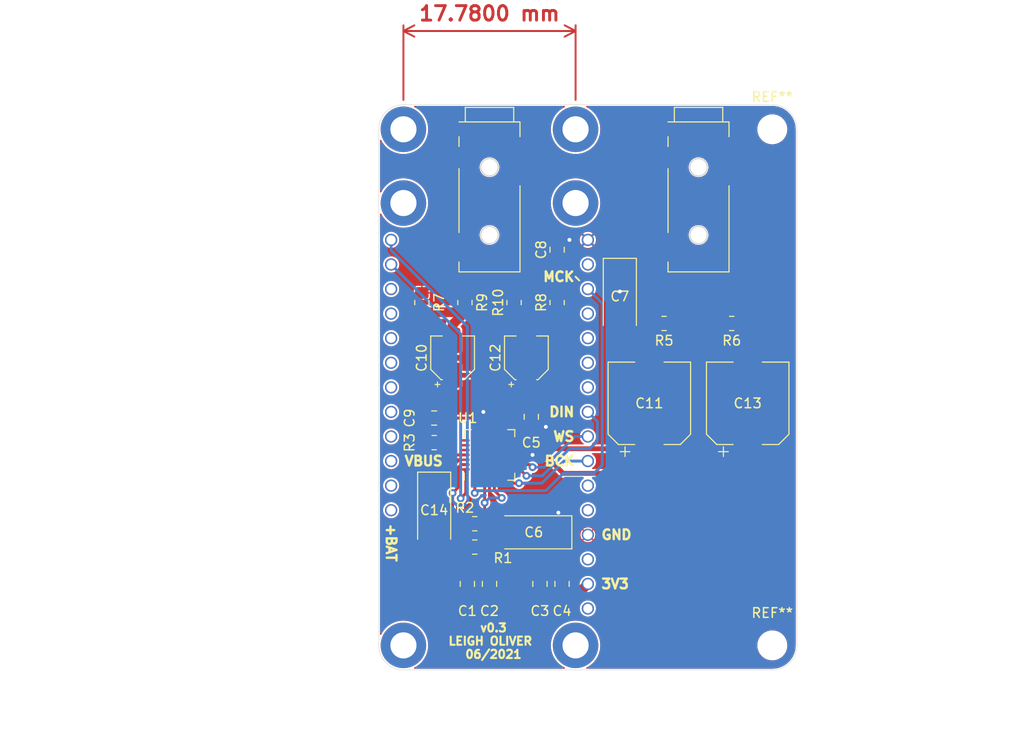
<source format=kicad_pcb>
(kicad_pcb (version 20210424) (generator pcbnew)
  (layers (0 "F.Cu" signal) (31 "B.Cu" signal) (34 "B.Paste" user) (35 "F.Paste" user) (36 "B.SilkS" user "B.Silkscreen") (37 "F.SilkS" user "F.Silkscreen") (38 "B.Mask" user) (39 "F.Mask" user) (44 "Edge.Cuts" user))
  (net 0 "")
  (net 1 "Net-(C14-Pad1)")
  (net 2 "+BATT")
  (net 3 "/3v3A_EN")
  (net 4 "/~MUTE")
  (net 6 "VBUS")
  (net 7 "/IO6")
  (net 8 "/IO5")
  (net 9 "/IO4")
  (net 10 "/IO3")
  (net 11 "/IO2")
  (net 12 "/IO1")
  (net 13 "SCL")
  (net 14 "SDA")
  (net 15 "+3.3VA")
  (net 16 "/U1TXD")
  (net 17 "/SPI_SDI")
  (net 18 "/SPI_SDO")
  (net 19 "/SPI_SCK")
  (net 20 "/I2S_DI")
  (net 21 "/I2S_DO")
  (net 22 "/I2S_WS")
  (net 23 "/I2S_BCK")
  (net 24 "/IO14")
  (net 25 "/IO12")
  (net 26 "GND")
  (net 27 "/ESP32-IO0")
  (net 28 "+3V3")
  (net 29 "/ESP32-EN")
  (net 31 "Net-(C10-Pad2)")
  (net 32 "LHPOUT")
  (net 33 "Net-(C12-Pad2)")
  (net 34 "RHPOUT")
  (net 35 "/I2S_MCLK")
  (net 36 "Net-(R3-Pad1)")
  (net 38 "LOUT")
  (net 39 "ROUT")
  (net 45 "Net-(C11-Pad1)")
  (net 46 "Net-(C13-Pad1)")
  (net 47 "Net-(U1-Pad16)")
  (net 48 "Net-(U1-Pad17)")
  (footprint "Resistor_SMD:R_0805_2012Metric_Pad1.20x1.40mm_HandSolder" (layer "F.Cu") (at 118.9 98.743)
    (fp_text reference "R2" (at -1.016 -1.65) (layer "F.SilkS"))
    (fp_text value "4.7K")
    (fp_line (start -0.227064 -0.735) (end 0.227064 -0.735) (layer "F.SilkS") (width 0.12))
    (fp_line (start -0.227064 0.735) (end 0.227064 0.735) (layer "F.SilkS") (width 0.12))
    (pad "1" smd roundrect locked (at -1 0) (size 1.2 1.4) (layers "F.Cu" "F.Paste" "F.Mask") (roundrect_rratio 0.208333) (net 13 "SCL"))
    (pad "2" smd roundrect locked (at 1 0) (size 1.2 1.4) (layers "F.Cu" "F.Paste" "F.Mask") (roundrect_rratio 0.208333) (net 28 "+3V3"))
  )
  (footprint "Footprints:RoundPinHeader_1x12" (layer "F.Cu") (at 110.264 97.346)
    (fp_text reference "J2" hide)
    (fp_text value "TOP")
    (pad "1" thru_hole circle locked (at 0 0) (size 1.27 1.27) (drill 0.95) (layers *.Cu *.Mask) (net 2 "+BATT"))
    (pad "2" thru_hole circle locked (at 0 -2.54) (size 1.27 1.27) (drill 0.95) (layers *.Cu *.Mask) (net 3 "/3v3A_EN"))
    (pad "3" thru_hole circle locked (at 0 -5.08) (size 1.27 1.27) (drill 0.95) (layers *.Cu *.Mask) (net 6 "VBUS"))
    (pad "4" thru_hole circle locked (at 0 -7.62) (size 1.27 1.27) (drill 0.95) (layers *.Cu *.Mask) (net 4 "/~MUTE"))
    (pad "5" thru_hole circle locked (at 0 -10.16) (size 1.27 1.27) (drill 0.95) (layers *.Cu *.Mask) (net 7 "/IO6"))
    (pad "6" thru_hole circle locked (at 0 -12.7) (size 1.27 1.27) (drill 0.95) (layers *.Cu *.Mask) (net 8 "/IO5"))
    (pad "7" thru_hole circle locked (at 0 -15.24) (size 1.27 1.27) (drill 0.95) (layers *.Cu *.Mask) (net 9 "/IO4"))
    (pad "8" thru_hole circle locked (at 0 -17.78) (size 1.27 1.27) (drill 0.95) (layers *.Cu *.Mask) (net 10 "/IO3"))
    (pad "9" thru_hole circle locked (at 0 -20.32) (size 1.27 1.27) (drill 0.95) (layers *.Cu *.Mask) (net 11 "/IO2"))
    (pad "10" thru_hole circle locked (at 0 -22.86) (size 1.27 1.27) (drill 0.95) (layers *.Cu *.Mask) (net 12 "/IO1"))
    (pad "11" thru_hole circle locked (at 0 -25.4) (size 1.27 1.27) (drill 0.95) (layers *.Cu *.Mask) (net 13 "SCL"))
    (pad "12" thru_hole circle locked (at 0 -27.94) (size 1.27 1.27) (drill 0.95) (layers *.Cu *.Mask) (net 14 "SDA"))
  )
  (footprint "Capacitor_SMD:CP_Elec_4x4.5" (layer "F.Cu") (at 124.234 81.598 90)
    (fp_text reference "C12" (at 0 -3.2 90) (layer "F.SilkS"))
    (fp_text value "1uF")
    (fp_line (start -2.26 1.195563) (end -1.195563 2.26) (layer "F.SilkS") (width 0.12))
    (fp_line (start -2.75 -1.81) (end -2.75 -1.31) (layer "F.SilkS") (width 0.12))
    (fp_line (start -2.26 -1.195563) (end -2.26 -1.06) (layer "F.SilkS") (width 0.12))
    (fp_line (start -1.195563 2.26) (end 2.26 2.26) (layer "F.SilkS") (width 0.12))
    (fp_line (start -2.26 -1.195563) (end -1.195563 -2.26) (layer "F.SilkS") (width 0.12))
    (fp_line (start -1.195563 -2.26) (end 2.26 -2.26) (layer "F.SilkS") (width 0.12))
    (fp_line (start -3 -1.56) (end -2.5 -1.56) (layer "F.SilkS") (width 0.12))
    (fp_line (start 2.26 -2.26) (end 2.26 -1.06) (layer "F.SilkS") (width 0.12))
    (fp_line (start -2.26 1.195563) (end -2.26 1.06) (layer "F.SilkS") (width 0.12))
    (fp_line (start 2.26 2.26) (end 2.26 1.06) (layer "F.SilkS") (width 0.12))
    (pad "1" smd roundrect locked (at -1.8 0 90) (size 2.6 1.6) (layers "F.Cu" "F.Paste" "F.Mask") (roundrect_rratio 0.15625) (net 47 "Net-(U1-Pad16)"))
    (pad "2" smd roundrect locked (at 1.8 0 90) (size 2.6 1.6) (layers "F.Cu" "F.Paste" "F.Mask") (roundrect_rratio 0.15625) (net 33 "Net-(C12-Pad2)"))
  )
  (footprint "MountingHole:MountingHole_2.7mm_M2.5_DIN965" (layer "F.Cu") (at 149.634 57.976)
    (fp_text reference "REF**" (at 0 -3.35) (layer "F.SilkS"))
    (fp_text value "MountingHole_2.7mm_M2.5_DIN965")
    (pad "1" np_thru_hole circle locked (at 0 0) (size 2.7 2.7) (drill 2.7) (layers *.Cu *.Mask))
  )
  (footprint "Resistor_SMD:R_0805_2012Metric_Pad1.20x1.40mm_HandSolder" (layer "F.Cu") (at 114.709 90.361 180)
    (fp_text reference "R3" (at 2.54 0 90) (layer "F.SilkS"))
    (fp_text value "10K")
    (fp_line (start -0.227064 -0.735) (end 0.227064 -0.735) (layer "F.SilkS") (width 0.12))
    (fp_line (start -0.227064 0.735) (end 0.227064 0.735) (layer "F.SilkS") (width 0.12))
    (pad "1" smd roundrect locked (at -1 0 180) (size 1.2 1.4) (layers "F.Cu" "F.Paste" "F.Mask") (roundrect_rratio 0.208333) (net 36 "Net-(R3-Pad1)"))
    (pad "2" smd roundrect locked (at 1 0 180) (size 1.2 1.4) (layers "F.Cu" "F.Paste" "F.Mask") (roundrect_rratio 0.208333) (net 26 "GND"))
  )
  (footprint "Resistor_SMD:R_0805_2012Metric_Pad1.20x1.40mm_HandSolder" (layer "F.Cu") (at 122.964 75.883 90)
    (fp_text reference "R10" (at 0 -1.65 90) (layer "F.SilkS"))
    (fp_text value "100")
    (fp_line (start -0.227064 -0.735) (end 0.227064 -0.735) (layer "F.SilkS") (width 0.12))
    (fp_line (start -0.227064 0.735) (end 0.227064 0.735) (layer "F.SilkS") (width 0.12))
    (pad "1" smd roundrect locked (at -1 0 90) (size 1.2 1.4) (layers "F.Cu" "F.Paste" "F.Mask") (roundrect_rratio 0.208333) (net 33 "Net-(C12-Pad2)"))
    (pad "2" smd roundrect locked (at 1 0 90) (size 1.2 1.4) (layers "F.Cu" "F.Paste" "F.Mask") (roundrect_rratio 0.208333) (net 38 "LOUT"))
  )
  (footprint "Resistor_SMD:R_0805_2012Metric_Pad1.20x1.40mm_HandSolder" (layer "F.Cu") (at 145.443 78.042 180)
    (fp_text reference "R6" (at 0 -1.778) (layer "F.SilkS"))
    (fp_text value "47K")
    (fp_line (start -0.227064 0.735) (end 0.227064 0.735) (layer "F.SilkS") (width 0.12))
    (fp_line (start -0.227064 -0.735) (end 0.227064 -0.735) (layer "F.SilkS") (width 0.12))
    (pad "1" smd roundrect locked (at -1 0 180) (size 1.2 1.4) (layers "F.Cu" "F.Paste" "F.Mask") (roundrect_rratio 0.208333) (net 32 "LHPOUT"))
    (pad "2" smd roundrect locked (at 1 0 180) (size 1.2 1.4) (layers "F.Cu" "F.Paste" "F.Mask") (roundrect_rratio 0.208333) (net 26 "GND"))
  )
  (footprint "Footprints:RoundPinHeader_1x16" (layer "F.Cu") (at 130.584 69.406 180)
    (fp_text reference "J1" hide)
    (fp_text value "BOT")
    (pad "1" thru_hole circle locked (at 0 0 180) (size 1.27 1.27) (drill 0.95) (layers *.Cu *.Mask) (net 15 "+3.3VA"))
    (pad "2" thru_hole circle locked (at 0 -2.54 180) (size 1.27 1.27) (drill 0.95) (layers *.Cu *.Mask) (net 16 "/U1TXD"))
    (pad "3" thru_hole circle locked (at 0 -5.08 180) (size 1.27 1.27) (drill 0.95) (layers *.Cu *.Mask) (net 35 "/I2S_MCLK"))
    (pad "4" thru_hole circle locked (at 0 -7.62 180) (size 1.27 1.27) (drill 0.95) (layers *.Cu *.Mask) (net 17 "/SPI_SDI"))
    (pad "5" thru_hole circle locked (at 0 -10.16 180) (size 1.27 1.27) (drill 0.95) (layers *.Cu *.Mask) (net 18 "/SPI_SDO"))
    (pad "6" thru_hole circle locked (at 0 -12.7 180) (size 1.27 1.27) (drill 0.95) (layers *.Cu *.Mask) (net 19 "/SPI_SCK"))
    (pad "7" thru_hole circle locked (at 0 -15.24 180) (size 1.27 1.27) (drill 0.95) (layers *.Cu *.Mask) (net 20 "/I2S_DI"))
    (pad "8" thru_hole circle locked (at 0 -17.78 180) (size 1.27 1.27) (drill 0.95) (layers *.Cu *.Mask) (net 21 "/I2S_DO"))
    (pad "9" thru_hole circle locked (at 0 -20.32 180) (size 1.27 1.27) (drill 0.95) (layers *.Cu *.Mask) (net 22 "/I2S_WS"))
    (pad "10" thru_hole circle locked (at 0 -22.86 180) (size 1.27 1.27) (drill 0.95) (layers *.Cu *.Mask) (net 23 "/I2S_BCK"))
    (pad "11" thru_hole circle locked (at 0 -25.4 180) (size 1.27 1.27) (drill 0.95) (layers *.Cu *.Mask) (net 24 "/IO14"))
    (pad "12" thru_hole circle locked (at 0 -27.94 180) (size 1.27 1.27) (drill 0.95) (layers *.Cu *.Mask) (net 25 "/IO12"))
    (pad "13" thru_hole circle locked (at 0 -30.48 180) (size 1.27 1.27) (drill 0.95) (layers *.Cu *.Mask) (net 26 "GND"))
    (pad "14" thru_hole circle locked (at 0 -33.02 180) (size 1.27 1.27) (drill 0.95) (layers *.Cu *.Mask) (net 27 "/ESP32-IO0"))
    (pad "15" thru_hole circle locked (at 0 -35.56 180) (size 1.27 1.27) (drill 0.95) (layers *.Cu *.Mask) (net 28 "+3V3"))
    (pad "16" thru_hole circle locked (at 0 -38.1 180) (size 1.27 1.27) (drill 0.95) (layers *.Cu *.Mask) (net 29 "/ESP32-EN"))
  )
  (footprint "MountingHole:MountingHole_2.7mm_M2.5_DIN965_Pad" (layer "F.Cu") (at 129.314 111.316)
    (fp_text reference "REF**" hide)
    (fp_text value "MountingHole_2.7mm_M2.5_DIN965_Pad")
    (pad "1" thru_hole circle locked (at 0 0) (size 4.7 4.7) (drill 2.7) (layers *.Cu *.Mask))
  )
  (footprint "Resistor_SMD:R_0805_2012Metric_Pad1.20x1.40mm_HandSolder" (layer "F.Cu") (at 113.439 75.883 -90)
    (fp_text reference "R7" (at 0 -1.778 -90) (layer "F.SilkS"))
    (fp_text value "47K")
    (fp_line (start -0.227064 0.735) (end 0.227064 0.735) (layer "F.SilkS") (width 0.12))
    (fp_line (start -0.227064 -0.735) (end 0.227064 -0.735) (layer "F.SilkS") (width 0.12))
    (pad "1" smd roundrect locked (at -1 0 270) (size 1.2 1.4) (layers "F.Cu" "F.Paste" "F.Mask") (roundrect_rratio 0.208333) (net 26 "GND"))
    (pad "2" smd roundrect locked (at 1 0 270) (size 1.2 1.4) (layers "F.Cu" "F.Paste" "F.Mask") (roundrect_rratio 0.208333) (net 31 "Net-(C10-Pad2)"))
  )
  (footprint "Capacitor_SMD:C_0805_2012Metric_Pad1.18x1.45mm_HandSolder" (layer "F.Cu") (at 127.919 104.966 90)
    (fp_text reference "C4" (at -2.794 -0.002 180) (layer "F.SilkS"))
    (fp_text value "0.1uF")
    (fp_line (start -0.261252 0.735) (end 0.261252 0.735) (layer "F.SilkS") (width 0.12))
    (fp_line (start -0.261252 -0.735) (end 0.261252 -0.735) (layer "F.SilkS") (width 0.12))
    (pad "1" smd roundrect locked (at -1.0375 0 90) (size 1.175 1.45) (layers "F.Cu" "F.Paste" "F.Mask") (roundrect_rratio 0.212766) (net 28 "+3V3"))
    (pad "2" smd roundrect locked (at 1.0375 0 90) (size 1.175 1.45) (layers "F.Cu" "F.Paste" "F.Mask") (roundrect_rratio 0.212766) (net 26 "GND"))
  )
  (footprint "MountingHole:MountingHole_2.7mm_M2.5_DIN965_Pad" (layer "F.Cu") (at 129.314 57.976)
    (fp_text reference "REF**" hide)
    (fp_text value "MountingHole_2.7mm_M2.5_DIN965_Pad")
    (pad "1" thru_hole circle locked (at 0 0) (size 4.7 4.7) (drill 2.7) (layers *.Cu *.Mask))
  )
  (footprint "Capacitor_Tantalum_SMD:CP_EIA-6032-20_AVX-F_Pad2.25x2.35mm_HandSolder" (layer "F.Cu") (at 114.709 97.346 -90)
    (fp_text reference "C14" (at 0 0 -180) (layer "F.SilkS"))
    (fp_text value "10uF")
    (fp_line (start -3.935 1.71) (end 3 1.71) (layer "F.SilkS") (width 0.12))
    (fp_line (start 3 -1.71) (end -3.935 -1.71) (layer "F.SilkS") (width 0.12))
    (fp_line (start -3.935 -1.71) (end -3.935 1.71) (layer "F.SilkS") (width 0.12))
    (pad "1" smd roundrect locked (at -2.55 0 270) (size 2.25 2.35) (layers "F.Cu" "F.Paste" "F.Mask") (roundrect_rratio 0.111111) (net 1 "Net-(C14-Pad1)"))
    (pad "2" smd roundrect locked (at 2.55 0 270) (size 2.25 2.35) (layers "F.Cu" "F.Paste" "F.Mask") (roundrect_rratio 0.111111) (net 26 "GND"))
  )
  (footprint "MountingHole:MountingHole_2.7mm_M2.5_DIN965_Pad" (layer "F.Cu") (at 129.314 65.596)
    (fp_text reference "REF**" hide)
    (fp_text value "MountingHole_2.7mm_M2.5_DIN965_Pad")
    (pad "1" thru_hole circle locked (at 0 0) (size 4.7 4.7) (drill 2.7) (layers *.Cu *.Mask))
  )
  (footprint "Capacitor_SMD:CP_Elec_4x4.5" (layer "F.Cu") (at 116.614 81.598 90)
    (fp_text reference "C10" (at 0 -3.2 90) (layer "F.SilkS"))
    (fp_text value "1uF")
    (fp_line (start -3 -1.56) (end -2.5 -1.56) (layer "F.SilkS") (width 0.12))
    (fp_line (start -1.195563 -2.26) (end 2.26 -2.26) (layer "F.SilkS") (width 0.12))
    (fp_line (start 2.26 -2.26) (end 2.26 -1.06) (layer "F.SilkS") (width 0.12))
    (fp_line (start -1.195563 2.26) (end 2.26 2.26) (layer "F.SilkS") (width 0.12))
    (fp_line (start 2.26 2.26) (end 2.26 1.06) (layer "F.SilkS") (width 0.12))
    (fp_line (start -2.26 1.195563) (end -1.195563 2.26) (layer "F.SilkS") (width 0.12))
    (fp_line (start -2.75 -1.81) (end -2.75 -1.31) (layer "F.SilkS") (width 0.12))
    (fp_line (start -2.26 1.195563) (end -2.26 1.06) (layer "F.SilkS") (width 0.12))
    (fp_line (start -2.26 -1.195563) (end -1.195563 -2.26) (layer "F.SilkS") (width 0.12))
    (fp_line (start -2.26 -1.195563) (end -2.26 -1.06) (layer "F.SilkS") (width 0.12))
    (pad "1" smd roundrect locked (at -1.8 0 90) (size 2.6 1.6) (layers "F.Cu" "F.Paste" "F.Mask") (roundrect_rratio 0.15625) (net 48 "Net-(U1-Pad17)"))
    (pad "2" smd roundrect locked (at 1.8 0 90) (size 2.6 1.6) (layers "F.Cu" "F.Paste" "F.Mask") (roundrect_rratio 0.15625) (net 31 "Net-(C10-Pad2)"))
  )
  (footprint "Capacitor_SMD:C_0805_2012Metric_Pad1.18x1.45mm_HandSolder" (layer "F.Cu") (at 120.424 104.966 -90)
    (fp_text reference "C2" (at 2.794 0 180) (layer "F.SilkS"))
    (fp_text value "10uF")
    (fp_line (start -0.261252 0.735) (end 0.261252 0.735) (layer "F.SilkS") (width 0.12))
    (fp_line (start -0.261252 -0.735) (end 0.261252 -0.735) (layer "F.SilkS") (width 0.12))
    (pad "1" smd roundrect locked (at -1.0375 0 270) (size 1.175 1.45) (layers "F.Cu" "F.Paste" "F.Mask") (roundrect_rratio 0.212766) (net 28 "+3V3"))
    (pad "2" smd roundrect locked (at 1.0375 0 270) (size 1.175 1.45) (layers "F.Cu" "F.Paste" "F.Mask") (roundrect_rratio 0.212766) (net 26 "GND"))
  )
  (footprint "Capacitor_SMD:C_0805_2012Metric_Pad1.18x1.45mm_HandSolder" (layer "F.Cu") (at 114.709 87.821 180)
    (fp_text reference "C9" (at 2.54 0 90) (layer "F.SilkS"))
    (fp_text value "0.1uF")
    (fp_line (start -0.261252 0.735) (end 0.261252 0.735) (layer "F.SilkS") (width 0.12))
    (fp_line (start -0.261252 -0.735) (end 0.261252 -0.735) (layer "F.SilkS") (width 0.12))
    (pad "1" smd roundrect locked (at -1.0375 0 180) (size 1.175 1.45) (layers "F.Cu" "F.Paste" "F.Mask") (roundrect_rratio 0.212766) (net 1 "Net-(C14-Pad1)"))
    (pad "2" smd roundrect locked (at 1.0375 0 180) (size 1.175 1.45) (layers "F.Cu" "F.Paste" "F.Mask") (roundrect_rratio 0.212766) (net 26 "GND"))
  )
  (footprint "Package_DFN_QFN:QFN-28-1EP_5x5mm_P0.5mm_EP3.35x3.35mm" (layer "F.Cu") (at 120.424 91.631 90)
    (fp_text reference "U1" (at 3.81 -2.2475 180) (layer "F.SilkS"))
    (fp_text value "WM8731CLSEFL")
    (fp_line (start -1.885 -2.61) (end -2.61 -2.61) (layer "F.SilkS") (width 0.12))
    (fp_line (start 1.885 -2.61) (end 2.61 -2.61) (layer "F.SilkS") (width 0.12))
    (fp_line (start -2.61 2.61) (end -2.61 1.885) (layer "F.SilkS") (width 0.12))
    (fp_line (start -1.885 2.61) (end -2.61 2.61) (layer "F.SilkS") (width 0.12))
    (fp_line (start 2.61 2.61) (end 2.61 1.885) (layer "F.SilkS") (width 0.12))
    (fp_line (start 2.61 -2.61) (end 2.61 -1.885) (layer "F.SilkS") (width 0.12))
    (fp_line (start 1.885 2.61) (end 2.61 2.61) (layer "F.SilkS") (width 0.12))
    (pad "1" smd roundrect locked (at -2.45 -1.5 90) (size 0.8 0.25) (layers "F.Cu" "F.Paste" "F.Mask") (net 35 "/I2S_MCLK"))
    (pad "2" smd roundrect locked (at -2.45 -1 90) (size 0.8 0.25) (layers "F.Cu" "F.Paste" "F.Mask"))
    (pad "3" smd roundrect locked (at -2.45 -0.5 90) (size 0.8 0.25) (layers "F.Cu" "F.Paste" "F.Mask") (net 28 "+3V3"))
    (pad "4" smd roundrect locked (at -2.45 0 90) (size 0.8 0.25) (layers "F.Cu" "F.Paste" "F.Mask") (net 26 "GND"))
    (pad "5" smd roundrect locked (at -2.45 0.5 90) (size 0.8 0.25) (layers "F.Cu" "F.Paste" "F.Mask") (net 28 "+3V3"))
    (pad "6" smd roundrect locked (at -2.45 1 90) (size 0.8 0.25) (layers "F.Cu" "F.Paste" "F.Mask"))
    (pad "7" smd roundrect locked (at -2.45 1.5 90) (size 0.8 0.25) (layers "F.Cu" "F.Paste" "F.Mask") (net 23 "/I2S_BCK"))
    (pad "8" smd roundrect locked (at -1.5 2.45 90) (size 0.25 0.8) (layers "F.Cu" "F.Paste" "F.Mask") (net 21 "/I2S_DO"))
    (pad "9" smd roundrect locked (at -1 2.45 90) (size 0.25 0.8) (layers "F.Cu" "F.Paste" "F.Mask") (net 22 "/I2S_WS"))
    (pad "10" smd roundrect locked (at -0.5 2.45 90) (size 0.25 0.8) (layers "F.Cu" "F.Paste" "F.Mask"))
    (pad "11" smd roundrect locked (at 0 2.45 90) (size 0.25 0.8) (layers "F.Cu" "F.Paste" "F.Mask"))
    (pad "12" smd roundrect locked (at 0.5 2.45 90) (size 0.25 0.8) (layers "F.Cu" "F.Paste" "F.Mask") (net 15 "+3.3VA"))
    (pad "13" smd roundrect locked (at 1 2.45 90) (size 0.25 0.8) (layers "F.Cu" "F.Paste" "F.Mask") (net 46 "Net-(C13-Pad1)"))
    (pad "14" smd roundrect locked (at 1.5 2.45 90) (size 0.25 0.8) (layers "F.Cu" "F.Paste" "F.Mask") (net 45 "Net-(C11-Pad1)"))
    (pad "15" smd roundrect locked (at 2.45 1.5 90) (size 0.8 0.25) (layers "F.Cu" "F.Paste" "F.Mask") (net 26 "GND"))
    (pad "16" smd roundrect locked (at 2.45 1 90) (size 0.8 0.25) (layers "F.Cu" "F.Paste" "F.Mask") (net 47 "Net-(U1-Pad16)"))
    (pad "17" smd roundrect locked (at 2.45 0.5 90) (size 0.8 0.25) (layers "F.Cu" "F.Paste" "F.Mask") (net 48 "Net-(U1-Pad17)"))
    (pad "18" smd roundrect locked (at 2.45 0 90) (size 0.8 0.25) (layers "F.Cu" "F.Paste" "F.Mask") (net 15 "+3.3VA"))
    (pad "19" smd roundrect locked (at 2.45 -0.5 90) (size 0.8 0.25) (layers "F.Cu" "F.Paste" "F.Mask") (net 26 "GND"))
    (pad "20" smd roundrect locked (at 2.45 -1 90) (size 0.8 0.25) (layers "F.Cu" "F.Paste" "F.Mask") (net 1 "Net-(C14-Pad1)"))
    (pad "21" smd roundrect locked (at 2.45 -1.5 90) (size 0.8 0.25) (layers "F.Cu" "F.Paste" "F.Mask"))
    (pad "22" smd roundrect locked (at 1.5 -2.45 90) (size 0.25 0.8) (layers "F.Cu" "F.Paste" "F.Mask"))
    (pad "23" smd roundrect locked (at 1 -2.45 90) (size 0.25 0.8) (layers "F.Cu" "F.Paste" "F.Mask"))
    (pad "24" smd roundrect locked (at 0.5 -2.45 90) (size 0.25 0.8) (layers "F.Cu" "F.Paste" "F.Mask"))
    (pad "25" smd roundrect locked (at 0 -2.45 90) (size 0.25 0.8) (layers "F.Cu" "F.Paste" "F.Mask") (net 36 "Net-(R3-Pad1)"))
    (pad "26" smd roundrect locked (at -0.5 -2.45 90) (size 0.25 0.8) (layers "F.Cu" "F.Paste" "F.Mask") (net 26 "GND"))
    (pad "27" smd roundrect locked (at -1 -2.45 90) (size 0.25 0.8) (layers "F.Cu" "F.Paste" "F.Mask") (net 14 "SDA"))
    (pad "28" smd roundrect locked (at -1.5 -2.45 90) (size 0.25 0.8) (layers "F.Cu" "F.Paste" "F.Mask") (net 13 "SCL"))
    (pad "29" smd rect locked (at 0 0 90) (size 3.35 3.35) (layers "F.Cu" "F.Mask") (net 26 "GND"))
  )
  (footprint "Resistor_SMD:R_0805_2012Metric_Pad1.20x1.40mm_HandSolder" (layer "F.Cu") (at 118.9 101.156 180)
    (fp_text reference "R1" (at -2.921 -1.143) (layer "F.SilkS"))
    (fp_text value "4.7K")
    (fp_line (start -0.227064 -0.735) (end 0.227064 -0.735) (layer "F.SilkS") (width 0.12))
    (fp_line (start -0.227064 0.735) (end 0.227064 0.735) (layer "F.SilkS") (width 0.12))
    (pad "1" smd roundrect locked (at -1 0 180) (size 1.2 1.4) (layers "F.Cu" "F.Paste" "F.Mask") (roundrect_rratio 0.208333) (net 28 "+3V3"))
    (pad "2" smd roundrect locked (at 1 0 180) (size 1.2 1.4) (layers "F.Cu" "F.Paste" "F.Mask") (roundrect_rratio 0.208333) (net 14 "SDA"))
  )
  (footprint "Capacitor_SMD:C_0805_2012Metric_Pad1.18x1.45mm_HandSolder" (layer "F.Cu") (at 124.742 87.694 90)
    (fp_text reference "C5" (at -2.667 0 180) (layer "F.SilkS"))
    (fp_text value "0.1uF")
    (fp_line (start -0.261252 0.735) (end 0.261252 0.735) (layer "F.SilkS") (width 0.12))
    (fp_line (start -0.261252 -0.735) (end 0.261252 -0.735) (layer "F.SilkS") (width 0.12))
    (pad "1" smd roundrect locked (at -1.0375 0 90) (size 1.175 1.45) (layers "F.Cu" "F.Paste" "F.Mask") (roundrect_rratio 0.212766) (net 15 "+3.3VA"))
    (pad "2" smd roundrect locked (at 1.0375 0 90) (size 1.175 1.45) (layers "F.Cu" "F.Paste" "F.Mask") (roundrect_rratio 0.212766) (net 26 "GND"))
  )
  (footprint "Capacitor_SMD:C_0805_2012Metric_Pad1.18x1.45mm_HandSolder" (layer "F.Cu") (at 118.138 104.966 -90)
    (fp_text reference "C1" (at 2.794 0 180) (layer "F.SilkS"))
    (fp_text value "0.1uF")
    (fp_line (start -0.261252 -0.735) (end 0.261252 -0.735) (layer "F.SilkS") (width 0.12))
    (fp_line (start -0.261252 0.735) (end 0.261252 0.735) (layer "F.SilkS") (width 0.12))
    (pad "1" smd roundrect locked (at -1.0375 0 270) (size 1.175 1.45) (layers "F.Cu" "F.Paste" "F.Mask") (roundrect_rratio 0.212766) (net 28 "+3V3"))
    (pad "2" smd roundrect locked (at 1.0375 0 270) (size 1.175 1.45) (layers "F.Cu" "F.Paste" "F.Mask") (roundrect_rratio 0.212766) (net 26 "GND"))
  )
  (footprint "Footprints:Lumberg 1503 20 VP3" (layer "F.Cu") (at 120.424 68.898 90)
    (fp_text reference "J4" hide)
    (fp_text value "AudioJack4")
    (fp_line (start 13.184 -2.5) (end 11.684 -2.5) (layer "F.SilkS") (width 0.12))
    (fp_line (start 13.184 2.5) (end 11.684 2.5) (layer "F.SilkS") (width 0.12))
    (fp_line (start -3.816 -3.15) (end -3.816 3.15) (layer "F.SilkS") (width 0.12))
    (fp_line (start 6.858 -3.15) (end 0.254 -3.15) (layer "F.SilkS") (width 0.12))
    (fp_line (start 13.184 -2.5) (end 13.184 2.5) (layer "F.SilkS") (width 0.12))
    (fp_line (start 10.16 -3.15) (end 9.144 -3.15) (layer "F.SilkS") (width 0.12))
    (fp_line (start 5.08 3.15) (end -3.816 3.15) (layer "F.SilkS") (width 0.12))
    (fp_line (start 11.684 -3.15) (end 11.684 3.15) (layer "F.SilkS") (width 0.12))
    (fp_line (start -3.816 -3.15) (end -2.794 -3.15) (layer "F.SilkS") (width 0.12))
    (fp_line (start 11.684 3.15) (end 10.16 3.15) (layer "F.SilkS") (width 0.12))
    (fp_circle (center 0 0) (end 0.9 0) (layer "Edge.Cuts") (width 0.12) (fill none))
    (fp_circle (center 7 0) (end 7.9 0) (layer "Edge.Cuts") (width 0.12) (fill none))
    (pad "R1" smd rect (at 6.2 3.65 90) (size 1.8 2.9) (layers "F.Cu" "F.Paste" "F.Mask") (net 39 "ROUT"))
    (pad "R2" smd rect (at 8.1 -3.75 90) (size 1.8 2.9) (layers "F.Cu" "F.Paste" "F.Mask") (net 26 "GND"))
    (pad "S" smd rect (at 10.9 -3.75 90) (size 1.2 2.9) (layers "F.Cu" "F.Paste" "F.Mask") (net 26 "GND"))
    (pad "SW" smd rect (at 9 3.65 90) (size 1.8 2.9) (layers "F.Cu" "F.Paste" "F.Mask"))
    (pad "T" smd rect (at -1.2 -3.75 90) (size 2.4 2.9) (layers "F.Cu" "F.Paste" "F.Mask") (net 38 "LOUT"))
  )
  (footprint "Capacitor_SMD:C_0805_2012Metric_Pad1.18x1.45mm_HandSolder" (layer "F.Cu") (at 125.633 104.966 90)
    (fp_text reference "C3" (at -2.794 -0.002) (layer "F.SilkS"))
    (fp_text value "10uF")
    (fp_line (start -0.261252 -0.735) (end 0.261252 -0.735) (layer "F.SilkS") (width 0.12))
    (fp_line (start -0.261252 0.735) (end 0.261252 0.735) (layer "F.SilkS") (width 0.12))
    (pad "1" smd roundrect locked (at -1.0375 0 90) (size 1.175 1.45) (layers "F.Cu" "F.Paste" "F.Mask") (roundrect_rratio 0.212766) (net 28 "+3V3"))
    (pad "2" smd roundrect locked (at 1.0375 0 90) (size 1.175 1.45) (layers "F.Cu" "F.Paste" "F.Mask") (roundrect_rratio 0.212766) (net 26 "GND"))
  )
  (footprint "Capacitor_Tantalum_SMD:CP_EIA-6032-20_AVX-F_Pad2.25x2.35mm_HandSolder" (layer "F.Cu") (at 133.886 75.248 -90)
    (fp_text reference "C7" (at 0 0 180) (layer "F.SilkS"))
    (fp_text value "10uF")
    (fp_line (start -3.935 -1.71) (end -3.935 1.71) (layer "F.SilkS") (width 0.12))
    (fp_line (start -3.935 1.71) (end 3 1.71) (layer "F.SilkS") (width 0.12))
    (fp_line (start 3 -1.71) (end -3.935 -1.71) (layer "F.SilkS") (width 0.12))
    (pad "1" smd roundrect locked (at -2.55 0 270) (size 2.25 2.35) (layers "F.Cu" "F.Paste" "F.Mask") (roundrect_rratio 0.111111) (net 15 "+3.3VA"))
    (pad "2" smd roundrect locked (at 2.55 0 270) (size 2.25 2.35) (layers "F.Cu" "F.Paste" "F.Mask") (roundrect_rratio 0.111111) (net 26 "GND"))
  )
  (footprint "Capacitor_SMD:C_0805_2012Metric_Pad1.18x1.45mm_HandSolder" (layer "F.Cu") (at 127.409 70.422 -90)
    (fp_text reference "C8" (at 0 1.651 -90) (layer "F.SilkS"))
    (fp_text value "0.1uF")
    (fp_line (start -0.261252 0.735) (end 0.261252 0.735) (layer "F.SilkS") (width 0.12))
    (fp_line (start -0.261252 -0.735) (end 0.261252 -0.735) (layer "F.SilkS") (width 0.12))
    (pad "1" smd roundrect locked (at -1.0375 0 270) (size 1.175 1.45) (layers "F.Cu" "F.Paste" "F.Mask") (roundrect_rratio 0.212766) (net 15 "+3.3VA"))
    (pad "2" smd roundrect locked (at 1.0375 0 270) (size 1.175 1.45) (layers "F.Cu" "F.Paste" "F.Mask") (roundrect_rratio 0.212766) (net 26 "GND"))
  )
  (footprint "Capacitor_SMD:CP_Elec_8x10" (layer "F.Cu") (at 136.934 86.297 90)
    (fp_text reference "C11" (at 0 0 180) (layer "F.SilkS"))
    (fp_text value "220uF")
    (fp_line (start -4.26 -3.195563) (end -4.26 -1.51) (layer "F.SilkS") (width 0.12))
    (fp_line (start -4.26 -3.195563) (end -3.195563 -4.26) (layer "F.SilkS") (width 0.12))
    (fp_line (start 4.26 -4.26) (end 4.26 -1.51) (layer "F.SilkS") (width 0.12))
    (fp_line (start -5 -3.01) (end -5 -2.01) (layer "F.SilkS") (width 0.12))
    (fp_line (start -3.195563 -4.26) (end 4.26 -4.26) (layer "F.SilkS") (width 0.12))
    (fp_line (start -3.195563 4.26) (end 4.26 4.26) (layer "F.SilkS") (width 0.12))
    (fp_line (start -5.5 -2.51) (end -4.5 -2.51) (layer "F.SilkS") (width 0.12))
    (fp_line (start -4.26 3.195563) (end -4.26 1.51) (layer "F.SilkS") (width 0.12))
    (fp_line (start -4.26 3.195563) (end -3.195563 4.26) (layer "F.SilkS") (width 0.12))
    (fp_line (start 4.26 4.26) (end 4.26 1.51) (layer "F.SilkS") (width 0.12))
    (pad "1" smd roundrect locked (at -3.25 0 90) (size 3.5 2.5) (layers "F.Cu" "F.Paste" "F.Mask") (roundrect_rratio 0.1) (net 45 "Net-(C11-Pad1)"))
    (pad "2" smd roundrect locked (at 3.25 0 90) (size 3.5 2.5) (layers "F.Cu" "F.Paste" "F.Mask") (roundrect_rratio 0.1) (net 34 "RHPOUT"))
  )
  (footprint "MountingHole:MountingHole_2.7mm_M2.5_DIN965_Pad" (layer "F.Cu") (at 111.534 111.316)
    (fp_text reference "REF**" hide)
    (fp_text value "MountingHole_2.7mm_M2.5_DIN965_Pad")
    (pad "1" thru_hole circle locked (at 0 0) (size 4.7 4.7) (drill 2.7) (layers *.Cu *.Mask))
  )
  (footprint "MountingHole:MountingHole_2.7mm_M2.5_DIN965" (layer "F.Cu") (at 149.634 111.316)
    (fp_text reference "REF**" (at 0 -3.35) (layer "F.SilkS"))
    (fp_text value "MountingHole_2.7mm_M2.5_DIN965")
    (pad "1" np_thru_hole circle locked (at 0 0) (size 2.7 2.7) (drill 2.7) (layers *.Cu *.Mask))
  )
  (footprint "MountingHole:MountingHole_2.7mm_M2.5_DIN965_Pad" (layer "F.Cu") (at 111.534 65.596)
    (fp_text reference "REF**" hide)
    (fp_text value "MountingHole_2.7mm_M2.5_DIN965_Pad")
    (pad "1" thru_hole circle locked (at 0 0) (size 4.7 4.7) (drill 2.7) (layers *.Cu *.Mask))
  )
  (footprint "Footprints:Lumberg 1503 20 VP3" (layer "F.Cu") (at 142.014 68.898 90)
    (fp_text reference "J3" hide)
    (fp_text value "AudioJack4")
    (fp_line (start 11.684 3.15) (end 10.16 3.15) (layer "F.SilkS") (width 0.12))
    (fp_line (start 13.184 2.5) (end 11.684 2.5) (layer "F.SilkS") (width 0.12))
    (fp_line (start 13.184 -2.5) (end 13.184 2.5) (layer "F.SilkS") (width 0.12))
    (fp_line (start 11.684 -3.15) (end 11.684 3.15) (layer "F.SilkS") (width 0.12))
    (fp_line (start 10.16 -3.15) (end 9.144 -3.15) (layer "F.SilkS") (width 0.12))
    (fp_line (start 5.08 3.15) (end -3.816 3.15) (layer "F.SilkS") (width 0.12))
    (fp_line (start 13.184 -2.5) (end 11.684 -2.5) (layer "F.SilkS") (width 0.12))
    (fp_line (start 6.858 -3.15) (end 0.254 -3.15) (layer "F.SilkS") (width 0.12))
    (fp_line (start -3.816 -3.15) (end -2.794 -3.15) (layer "F.SilkS") (width 0.12))
    (fp_line (start -3.816 -3.15) (end -3.816 3.15) (layer "F.SilkS") (width 0.12))
    (fp_circle (center 7 0) (end 7.9 0) (layer "Edge.Cuts") (width 0.12) (fill none))
    (fp_circle (center 0 0) (end 0.9 0) (layer "Edge.Cuts") (width 0.12) (fill none))
    (pad "R1" smd rect (at 6.2 3.65 90) (size 1.8 2.9) (layers "F.Cu" "F.Paste" "F.Mask") (net 34 "RHPOUT"))
    (pad "R2" smd rect (at 8.1 -3.75 90) (size 1.8 2.9) (layers "F.Cu" "F.Paste" "F.Mask") (net 26 "GND"))
    (pad "S" smd rect (at 10.9 -3.75 90) (size 1.2 2.9) (layers "F.Cu" "F.Paste" "F.Mask") (net 26 "GND"))
    (pad "SW" smd rect (at 9 3.65 90) (size 1.8 2.9) (layers "F.Cu" "F.Paste" "F.Mask"))
    (pad "T" smd rect (at -1.2 -3.75 90) (size 2.4 2.9) (layers "F.Cu" "F.Paste" "F.Mask") (net 32 "LHPOUT"))
  )
  (footprint "MountingHole:MountingHole_2.7mm_M2.5_DIN965_Pad" (layer "F.Cu") (at 111.534 57.976)
    (fp_text reference "REF**" hide)
    (fp_text value "MountingHole_2.7mm_M2.5_DIN965_Pad")
    (pad "1" thru_hole circle locked (at 0 0) (size 4.7 4.7) (drill 2.7) (layers *.Cu *.Mask))
  )
  (footprint "Capacitor_Tantalum_SMD:CP_EIA-6032-20_AVX-F_Pad2.25x2.35mm_HandSolder" (layer "F.Cu") (at 124.996 99.632 180)
    (fp_text reference "C6" (at 0 0) (layer "F.SilkS"))
    (fp_text value "10uF")
    (fp_line (start 3 -1.71) (end -3.935 -1.71) (layer "F.SilkS") (width 0.12))
    (fp_line (start -3.935 -1.71) (end -3.935 1.71) (layer "F.SilkS") (width 0.12))
    (fp_line (start -3.935 1.71) (end 3 1.71) (layer "F.SilkS") (width 0.12))
    (pad "1" smd roundrect locked (at -2.55 0 180) (size 2.25 2.35) (layers "F.Cu" "F.Paste" "F.Mask") (roundrect_rratio 0.111111) (net 15 "+3.3VA"))
    (pad "2" smd roundrect locked (at 2.55 0 180) (size 2.25 2.35) (layers "F.Cu" "F.Paste" "F.Mask") (roundrect_rratio 0.111111) (net 26 "GND"))
  )
  (footprint "Resistor_SMD:R_0805_2012Metric_Pad1.20x1.40mm_HandSolder" (layer "F.Cu") (at 117.884 75.883 90)
    (fp_text reference "R9" (at 0 1.778 90) (layer "F.SilkS"))
    (fp_text value "100")
    (fp_line (start -0.227064 -0.735) (end 0.227064 -0.735) (layer "F.SilkS") (width 0.12))
    (fp_line (start -0.227064 0.735) (end 0.227064 0.735) (layer "F.SilkS") (width 0.12))
    (pad "1" smd roundrect locked (at -1 0 90) (size 1.2 1.4) (layers "F.Cu" "F.Paste" "F.Mask") (roundrect_rratio 0.208333) (net 31 "Net-(C10-Pad2)"))
    (pad "2" smd roundrect locked (at 1 0 90) (size 1.2 1.4) (layers "F.Cu" "F.Paste" "F.Mask") (roundrect_rratio 0.208333) (net 39 "ROUT"))
  )
  (footprint "Resistor_SMD:R_0805_2012Metric_Pad1.20x1.40mm_HandSolder" (layer "F.Cu") (at 127.409 75.883 90)
    (fp_text reference "R8" (at 0 -1.65 90) (layer "F.SilkS"))
    (fp_text value "47K")
    (fp_line (start -0.227064 -0.735) (end 0.227064 -0.735) (layer "F.SilkS") (width 0.12))
    (fp_line (start -0.227064 0.735) (end 0.227064 0.735) (layer "F.SilkS") (width 0.12))
    (pad "1" smd roundrect locked (at -1 0 90) (size 1.2 1.4) (layers "F.Cu" "F.Paste" "F.Mask") (roundrect_rratio 0.208333) (net 33 "Net-(C12-Pad2)"))
    (pad "2" smd roundrect locked (at 1 0 90) (size 1.2 1.4) (layers "F.Cu" "F.Paste" "F.Mask") (roundrect_rratio 0.208333) (net 26 "GND"))
  )
  (footprint "Resistor_SMD:R_0805_2012Metric_Pad1.20x1.40mm_HandSolder" (layer "F.Cu") (at 138.458 78.042 180)
    (fp_text reference "R5" (at 0 -1.778) (layer "F.SilkS"))
    (fp_text value "47K")
    (fp_line (start -0.227064 0.735) (end 0.227064 0.735) (layer "F.SilkS") (width 0.12))
    (fp_line (start -0.227064 -0.735) (end 0.227064 -0.735) (layer "F.SilkS") (width 0.12))
    (pad "1" smd roundrect locked (at -1 0 180) (size 1.2 1.4) (layers "F.Cu" "F.Paste" "F.Mask") (roundrect_rratio 0.208333) (net 26 "GND"))
    (pad "2" smd roundrect locked (at 1 0 180) (size 1.2 1.4) (layers "F.Cu" "F.Paste" "F.Mask") (roundrect_rratio 0.208333) (net 34 "RHPOUT"))
  )
  (footprint "Capacitor_SMD:CP_Elec_8x10" (layer "F.Cu") (at 147.094 86.297 90)
    (fp_text reference "C13" (at 0 0) (layer "F.SilkS"))
    (fp_text value "220uF")
    (fp_line (start 4.26 4.26) (end 4.26 1.51) (layer "F.SilkS") (width 0.12))
    (fp_line (start -5 -3.01) (end -5 -2.01) (layer "F.SilkS") (width 0.12))
    (fp_line (start -4.26 3.195563) (end -3.195563 4.26) (layer "F.SilkS") (width 0.12))
    (fp_line (start -4.26 3.195563) (end -4.26 1.51) (layer "F.SilkS") (width 0.12))
    (fp_line (start -3.195563 4.26) (end 4.26 4.26) (layer "F.SilkS") (width 0.12))
    (fp_line (start -4.26 -3.195563) (end -4.26 -1.51) (layer "F.SilkS") (width 0.12))
    (fp_line (start 4.26 -4.26) (end 4.26 -1.51) (layer "F.SilkS") (width 0.12))
    (fp_line (start -5.5 -2.51) (end -4.5 -2.51) (layer "F.SilkS") (width 0.12))
    (fp_line (start -4.26 -3.195563) (end -3.195563 -4.26) (layer "F.SilkS") (width 0.12))
    (fp_line (start -3.195563 -4.26) (end 4.26 -4.26) (layer "F.SilkS") (width 0.12))
    (pad "1" smd roundrect locked (at -3.25 0 90) (size 3.5 2.5) (layers "F.Cu" "F.Paste" "F.Mask") (roundrect_rratio 0.1) (net 46 "Net-(C13-Pad1)"))
    (pad "2" smd roundrect locked (at 3.25 0 90) (size 3.5 2.5) (layers "F.Cu" "F.Paste" "F.Mask") (roundrect_rratio 0.1) (net 32 "LHPOUT"))
  )
  (gr_line (start 129.314 73.216) (end 129.695 73.597) (layer "F.SilkS") (width 0.2))
  (gr_line (start 108.994 57.976) (end 108.994 111.316) (layer "Edge.Cuts") (width 0.05))
  (gr_line (start 111.534 113.856) (end 149.634 113.856) (layer "Edge.Cuts") (width 0.05))
  (gr_arc (start 111.534 57.976) (end 111.534 55.436) (angle -90) (layer "Edge.Cuts") (width 0.05))
  (gr_arc (start 149.634 57.976) (end 152.174 57.976) (angle -90) (layer "Edge.Cuts") (width 0.05))
  (gr_line (start 152.174 57.976) (end 152.174 111.316) (layer "Edge.Cuts") (width 0.05))
  (gr_line (start 149.634 55.436) (end 111.534 55.436) (layer "Edge.Cuts") (width 0.05))
  (gr_arc (start 149.634 111.316) (end 149.634 113.856) (angle -90) (layer "Edge.Cuts") (width 0.05))
  (gr_arc (start 111.534 111.316) (end 108.994 111.316) (angle -90) (layer "Edge.Cuts") (width 0.05))
  (gr_text "DIN" (at 129.314 87.186) (layer "F.SilkS") (effects (font (size 1 1) (thickness 0.25)) (justify right)))
  (gr_text "GND" (at 131.854 99.886) (layer "F.SilkS") (effects (font (size 1 1) (thickness 0.25)) (justify left)))
  (gr_text "WS" (at 129.314 89.726) (layer "F.SilkS") (effects (font (size 1 1) (thickness 0.25)) (justify right)))
  (gr_text "3V3" (at 131.854 104.966) (layer "F.SilkS") (effects (font (size 1 1) (thickness 0.25)) (justify left)))
  (gr_text "BCK" (at 129.314 92.266) (layer "F.SilkS") (effects (font (size 1 1) (thickness 0.25)) (justify right)))
  (gr_text "v0.3\nLEIGH OLIVER \n06/2021" (at 120.833 110.872) (layer "F.SilkS") (effects (font (size 0.85 0.85) (thickness 0.2125))))
  (gr_text "VBUS" (at 111.534 92.266) (layer "F.SilkS") (effects (font (size 1 1) (thickness 0.25)) (justify left)))
  (gr_text "MCK" (at 129.314 73.216) (layer "F.SilkS") (effects (font (size 1 1) (thickness 0.25)) (justify right)))
  (gr_text "+BAT" (at 110.264 98.616 270) (layer "F.SilkS") (effects (font (size 1 1) (thickness 0.25)) (justify left)))
  (dimension (type aligned) (layer "F.Cu") (pts (xy 111.534 55.436) (xy 129.314 55.436)) (height -7.62) (gr_text "17.7800 mm" (at 120.424 46.016) (layer "F.Cu") (effects (font (size 1.5 1.5) (thickness 0.3)))) (format (units 3) (units_format 1) (precision 4)) (style (thickness 0.2) (arrow_length 1.27) (text_position_mode 0) (extension_height 0.58642) (extension_offset 0.5) keep_text_aligned))
  (segment (start 114.709 89.5835) (end 114.709 94.796) (width 0.3) (layer "F.Cu") (net 1))
  (segment (start 115.7465 88.546) (end 114.709 89.5835) (width 0.3) (layer "F.Cu") (net 1))
  (segment (start 118.553758 87.821) (end 115.7465 87.821) (width 0.3) (layer "F.Cu") (net 1))
  (segment (start 119.424 88.691242) (end 118.553758 87.821) (width 0.3) (layer "F.Cu") (net 1))
  (segment (start 115.7465 87.821) (end 115.7465 88.546) (width 0.3) (layer "F.Cu") (net 1))
  (segment (start 119.424 89.181) (end 119.424 88.691242) (width 0.3) (layer "F.Cu") (net 1))
  (segment (start 117.445636 98.288636) (end 117.9 98.743) (width 0.3) (layer "F.Cu") (net 13))
  (segment (start 117.974 95.59406) (end 117.974 93.131) (width 0.3) (layer "F.Cu") (net 13))
  (segment (start 117.445636 96.122424) (end 117.445636 98.288636) (width 0.3) (layer "F.Cu") (net 13))
  (segment (start 117.445636 96.122424) (end 117.974 95.59406) (width 0.3) (layer "F.Cu") (net 13))
  (segment (start 117.974 93.131) (end 117.884 93.221) (width 0.3) (layer "F.Cu") (net 13))
  (via (at 117.445636 96.122424) (size 0.8) (drill 0.4) (layers "F.Cu" "B.Cu") (net 13))
  (segment (start 110.264 71.946) (end 117.445636 79.127636) (width 0.3) (layer "B.Cu") (net 13))
  (segment (start 117.445636 79.127636) (end 117.445636 96.122424) (width 0.3) (layer "B.Cu") (net 13))
  (segment (start 117.484242 92.631) (end 117.974 92.631) (width 0.3) (layer "F.Cu") (net 14))
  (segment (start 116.614 99.87) (end 117.9 101.156) (width 0.3) (layer "F.Cu") (net 14))
  (segment (start 117.22448 92.890762) (end 117.484242 92.631) (width 0.3) (layer "F.Cu") (net 14))
  (segment (start 116.614 95.568) (end 116.614 99.87) (width 0.3) (layer "F.Cu") (net 14))
  (segment (start 116.614 95.568) (end 117.22448 94.95752) (width 0.3) (layer "F.Cu") (net 14))
  (segment (start 117.22448 94.95752) (end 117.22448 92.890762) (width 0.3) (layer "F.Cu") (net 14))
  (via (at 116.614 95.568) (size 0.8) (drill 0.4) (layers "F.Cu" "B.Cu") (net 14))
  (segment (start 110.264 70.488923) (end 110.264 69.406) (width 0.3) (layer "B.Cu") (net 14))
  (segment (start 116.614 96.400065) (end 117.08587 96.871935) (width 0.3) (layer "B.Cu") (net 14))
  (segment (start 117.805402 96.871935) (end 118.195147 96.48219) (width 0.3) (layer "B.Cu") (net 14))
  (segment (start 118.195147 96.48219) (end 118.195147 95.879147) (width 0.3) (layer "B.Cu") (net 14))
  (segment (start 118.138 95.822) (end 118.138 78.362923) (width 0.3) (layer "B.Cu") (net 14))
  (segment (start 117.08587 96.871935) (end 117.805402 96.871935) (width 0.3) (layer "B.Cu") (net 14))
  (segment (start 116.614 95.568) (end 116.614 96.400065) (width 0.3) (layer "B.Cu") (net 14))
  (segment (start 118.138 78.362923) (end 110.264 70.488923) (width 0.3) (layer "B.Cu") (net 14))
  (segment (start 118.195147 95.879147) (end 118.138 95.822) (width 0.3) (layer "B.Cu") (net 14))
  (segment (start 120.424 87.821) (end 119.789 87.186) (width 0.3) (layer "F.Cu") (net 15))
  (segment (start 124.742 88.7315) (end 126.2445 88.7315) (width 0.5) (layer "F.Cu") (net 15))
  (segment (start 122.874 91.131) (end 124.369 91.131) (width 0.3) (layer "F.Cu") (net 15))
  (segment (start 133.886 72.698) (end 133.886 74.74) (width 0.5) (layer "F.Cu") (net 15))
  (segment (start 120.424 89.181) (end 120.424 87.821) (width 0.3) (layer "F.Cu") (net 15))
  (segment (start 128.679 69.406) (end 128.6575 69.3845) (width 0.5) (layer "F.Cu") (net 15))
  (segment (start 127.536 97.6) (end 127.536 99.622) (width 0.5) (layer "F.Cu") (net 15))
  (segment (start 127.536 99.622) (end 127.546 99.632) (width 0.5) (layer "F.Cu") (net 15))
  (segment (start 124.369 91.131) (end 124.869 91.631) (width 0.3) (layer "F.Cu") (net 15))
  (segment (start 128.6575 69.3845) (end 127.409 69.3845) (width 0.5) (layer "F.Cu") (net 15))
  (via (at 124.869 91.631) (size 0.8) (drill 0.4) (layers "F.Cu" "B.Cu") (net 15))
  (via (at 133.886 74.74) (size 0.8) (drill 0.4) (layers "F.Cu" "B.Cu") (net 15))
  (via (at 126.2445 88.7315) (size 0.8) (drill 0.4) (layers "F.Cu" "B.Cu") (net 15))
  (via (at 127.536 97.6) (size 0.8) (drill 0.4) (layers "F.Cu" "B.Cu") (net 15))
  (via (at 119.789 87.186) (size 0.8) (drill 0.4) (layers "F.Cu" "B.Cu") (net 15))
  (via (at 128.679 69.406) (size 0.8) (drill 0.4) (layers "F.Cu" "B.Cu") (net 15))
  (segment (start 124.234 93.79) (end 123.575 93.131) (width 0.3) (layer "F.Cu") (net 21))
  (segment (start 123.575 93.131) (end 122.874 93.131) (width 0.3) (layer "F.Cu") (net 21))
  (via (at 124.234 93.79) (size 0.8) (drill 0.4) (layers "F.Cu" "B.Cu") (net 21))
  (segment (start 125.885 93.79) (end 124.234 93.79) (width 0.3) (layer "B.Cu") (net 21))
  (segment (start 131.568511 88.170511) (end 131.568511 90.198566) (width 0.3) (layer "B.Cu") (net 21))
  (segment (start 130.584 87.186) (end 131.568511 88.170511) (width 0.3) (layer "B.Cu") (net 21))
  (segment (start 130.771077 90.996) (end 128.679 90.996) (width 0.3) (layer "B.Cu") (net 21))
  (segment (start 131.568511 90.198566) (end 130.771077 90.996) (width 0.3) (layer "B.Cu") (net 21))
  (segment (start 128.679 90.996) (end 125.885 93.79) (width 0.3) (layer "B.Cu") (net 21))
  (segment (start 124.599 92.631) (end 124.869 92.901) (width 0.3) (layer "F.Cu") (net 22))
  (segment (start 122.874 92.631) (end 124.599 92.631) (width 0.3) (layer "F.Cu") (net 22))
  (via (at 124.869 92.901) (size 0.8) (drill 0.4) (layers "F.Cu" "B.Cu") (net 22))
  (segment (start 130.584 89.726) (end 129.242572 89.726) (width 0.3) (layer "B.Cu") (net 22))
  (segment (start 129.242572 89.726) (end 126.067572 92.901) (width 0.3) (layer "B.Cu") (net 22))
  (segment (start 126.067572 92.901) (end 124.869 92.901) (width 0.3) (layer "B.Cu") (net 22))
  (segment (start 121.924 94.528) (end 121.924 94.081) (width 0.3) (layer "F.Cu") (net 23))
  (segment (start 123.472 94.552) (end 121.948 94.552) (width 0.3) (layer "F.Cu") (net 23))
  (segment (start 121.948 94.552) (end 121.924 94.528) (width 0.3) (layer "F.Cu") (net 23))
  (via (at 123.472 94.552) (size 0.8) (drill 0.4) (layers "F.Cu" "B.Cu") (net 23))
  (segment (start 130.584 92.266) (end 128.115428 92.266) (width 0.3) (layer "B.Cu") (net 23))
  (segment (start 125.829428 94.552) (end 123.472 94.552) (width 0.3) (layer "B.Cu") (net 23))
  (segment (start 128.115428 92.266) (end 125.829428 94.552) (width 0.3) (layer "B.Cu") (net 23))
  (segment (start 120.424 94.081) (end 120.424 91.631) (width 0.3) (layer "F.Cu") (net 26))
  (segment (start 121.9265 103.9285) (end 124.0015 106.0035) (width 1) (layer "F.Cu") (net 28))
  (segment (start 119.924 98.719) (end 119.9 98.743) (width 0.3) (layer "F.Cu") (net 28))
  (segment (start 120.924 94.081) (end 120.924 95.306) (width 0.3) (layer "F.Cu") (net 28))
  (segment (start 130.584 104.966) (end 129.5465 106.0035) (width 1) (layer "F.Cu") (net 28))
  (segment (start 120.924 95.306) (end 121.694 96.076) (width 0.3) (layer "F.Cu") (net 28))
  (segment (start 118.138 103.9285) (end 120.424 103.9285) (width 1) (layer "F.Cu") (net 28))
  (segment (start 119.924 96.576) (end 119.924 98.719) (width 0.3) (layer "F.Cu") (net 28))
  (segment (start 119.924 94.081) (end 119.924 96.576) (width 0.3) (layer "F.Cu") (net 28))
  (segment (start 124.0015 106.0035) (end 125.633 106.0035) (width 1) (layer "F.Cu") (net 28))
  (segment (start 119.9 103.4045) (end 120.424 103.9285) (width 1) (layer "F.Cu") (net 28))
  (segment (start 129.5465 106.0035) (end 127.919 106.0035) (width 1) (layer "F.Cu") (net 28))
  (segment (start 127.919 106.0035) (end 125.633 106.0035) (width 1) (layer "F.Cu") (net 28))
  (segment (start 119.9 98.743) (end 119.9 103.4045) (width 1) (layer "F.Cu") (net 28))
  (segment (start 120.424 103.9285) (end 121.9265 103.9285) (width 1) (layer "F.Cu") (net 28))
  (via (at 121.694 96.076) (size 0.8) (drill 0.4) (layers "F.Cu" "B.Cu") (net 28))
  (via (at 119.924 96.576) (size 0.8) (drill 0.4) (layers "F.Cu" "B.Cu") (net 28))
  (segment (start 120.424 96.076) (end 119.924 96.576) (width 0.3) (layer "B.Cu") (net 28))
  (segment (start 121.694 96.076) (end 120.424 96.076) (width 0.3) (layer "B.Cu") (net 28))
  (segment (start 116.614 79.798) (end 116.614 78.153) (width 1) (layer "F.Cu") (net 31))
  (segment (start 117.884 76.883) (end 113.439 76.883) (width 1) (layer "F.Cu") (net 31))
  (segment (start 116.614 78.153) (end 117.884 76.883) (width 1) (layer "F.Cu") (net 31))
  (segment (start 146.443 77.645) (end 146.443 78.042) (width 1) (layer "F.Cu") (net 32))
  (segment (start 146.443 82.396) (end 147.094 83.047) (width 1) (layer "F.Cu") (net 32))
  (segment (start 138.264 70.098) (end 138.896 70.098) (width 1) (layer "F.Cu") (net 32))
  (segment (start 138.896 70.098) (end 146.443 77.645) (width 1) (layer "F.Cu") (net 32))
  (segment (start 146.443 78.042) (end 146.443 82.396) (width 1) (layer "F.Cu") (net 32))
  (segment (start 124.234 78.153) (end 122.964 76.883) (width 1) (layer "F.Cu") (net 33))
  (segment (start 127.409 76.883) (end 122.964 76.883) (width 1) (layer "F.Cu") (net 33))
  (segment (start 124.234 79.798) (end 124.234 78.153) (width 1) (layer "F.Cu") (net 33))
  (segment (start 136.114489 76.698489) (end 136.114489 68.338391) (width 1) (layer "F.Cu") (net 34))
  (segment (start 140.226 68.136) (end 145.664 62.698) (width 1) (layer "F.Cu") (net 34))
  (segment (start 137.458 78.042) (end 136.114489 76.698489) (width 1) (layer "F.Cu") (net 34))
  (segment (start 136.31688 68.136) (end 140.226 68.136) (width 1) (layer "F.Cu") (net 34))
  (segment (start 136.934 83.047) (end 136.934 78.566) (width 1) (layer "F.Cu") (net 34))
  (segment (start 136.114489 68.338391) (end 136.31688 68.136) (width 1) (layer "F.Cu") (net 34))
  (segment (start 136.934 78.566) (end 137.458 78.042) (width 1) (layer "F.Cu") (net 34))
  (segment (start 118.9 95.568) (end 118.924 95.544) (width 0.3) (layer "F.Cu") (net 35))
  (segment (start 118.924 94.081) (end 118.9 95.568) (width 0.3) (layer "F.Cu") (net 35))
  (via (at 118.9 95.568) (size 0.8) (drill 0.4) (layers "F.Cu" "B.Cu") (net 35))
  (segment (start 132.068031 92.686969) (end 131.219 93.536) (width 0.3) (layer "B.Cu") (net 35))
  (segment (start 132.068031 75.970031) (end 132.068031 92.686969) (width 0.3) (layer "B.Cu") (net 35))
  (segment (start 126.253511 95.326489) (end 119.141511 95.326489) (width 0.3) (layer "B.Cu") (net 35))
  (segment (start 119.141511 95.326489) (end 118.9 95.568) (width 0.3) (layer "B.Cu") (net 35))
  (segment (start 131.219 93.536) (end 128.044 93.536) (width 0.3) (layer "B.Cu") (net 35))
  (segment (start 130.584 74.486) (end 132.068031 75.970031) (width 0.3) (layer "B.Cu") (net 35))
  (segment (start 128.044 93.536) (end 126.253511 95.326489) (width 0.3) (layer "B.Cu") (net 35))
  (segment (start 117.974 91.631) (end 116.979 91.631) (width 0.3) (layer "F.Cu") (net 36))
  (segment (start 116.979 91.631) (end 115.709 90.361) (width 0.3) (layer "F.Cu") (net 36))
  (segment (start 116.674 70.098) (end 118.576 70.098) (width 1) (layer "F.Cu") (net 38))
  (segment (start 118.576 70.098) (end 122.964 74.486) (width 1) (layer "F.Cu") (net 38))
  (segment (start 122.964 74.486) (end 122.964 74.883) (width 1) (layer "F.Cu") (net 38))
  (segment (start 117.884 74.883) (end 117.184 74.883) (width 1) (layer "F.Cu") (net 39))
  (segment (start 117.184 74.883) (end 114.524489 72.223489) (width 1) (layer "F.Cu") (net 39))
  (segment (start 114.72688 68.136) (end 118.636 68.136) (width 1) (layer "F.Cu") (net 39))
  (segment (start 114.524489 72.223489) (end 114.524489 68.338391) (width 1) (layer "F.Cu") (net 39))
  (segment (start 118.636 68.136) (end 124.074 62.698) (width 1) (layer "F.Cu") (net 39))
  (segment (start 114.524489 68.338391) (end 114.72688 68.136) (width 1) (layer "F.Cu") (net 39))
  (segment (start 135.485 90.996) (end 126.774 90.996) (width 0.5) (layer "F.Cu") (net 45))
  (segment (start 136.934 89.547) (end 135.485 90.996) (width 0.5) (layer "F.Cu") (net 45))
  (segment (start 126.774 90.996) (end 126.139 90.361) (width 0.5) (layer "F.Cu") (net 45))
  (segment (start 125.909 90.131) (end 126.139 90.361) (width 0.3) (layer "F.Cu") (net 45))
  (segment (start 122.874 90.131) (end 125.909 90.131) (width 0.3) (layer "F.Cu") (net 45))
  (segment (start 125.139 90.631) (end 126.139 91.631) (width 0.3) (layer "F.Cu") (net 46))
  (segment (start 142.193 89.547) (end 138.204 93.536) (width 0.5) (layer "F.Cu") (net 46))
  (segment (start 147.094 89.547) (end 142.193 89.547) (width 0.5) (layer "F.Cu") (net 46))
  (segment (start 138.204 93.536) (end 128.044 93.536) (width 0.5) (layer "F.Cu") (net 46))
  (segment (start 122.874 90.631) (end 125.139 90.631) (width 0.3) (layer "F.Cu") (net 46))
  (segment (start 128.044 93.536) (end 126.139 91.631) (width 0.5) (layer "F.Cu") (net 46))
  (segment (start 121.424 89.181) (end 121.424 86.821) (width 0.3) (layer "F.Cu") (net 47))
  (segment (start 124.234 83.398) (end 122.942 83.398) (width 0.5) (layer "F.Cu") (net 47))
  (segment (start 122.942 83.398) (end 122.329 84.011) (width 0.5) (layer "F.Cu") (net 47))
  (segment (start 121.424 86.821) (end 121.694 86.551) (width 0.3) (layer "F.Cu") (net 47))
  (segment (start 122.329 84.011) (end 121.694 84.646) (width 0.5) (layer "F.Cu") (net 47))
  (segment (start 121.694 84.646) (end 121.694 86.551) (width 0.5) (layer "F.Cu") (net 47))
  (segment (start 120.924 87.051) (end 120.424 86.551) (width 0.3) (layer "F.Cu") (net 48))
  (segment (start 120.424 84.646) (end 120.424 86.551) (width 0.5) (layer "F.Cu") (net 48))
  (segment (start 120.924 89.181) (end 120.924 87.051) (width 0.3) (layer "F.Cu") (net 48))
  (segment (start 119.176 83.398) (end 120.424 84.646) (width 0.5) (layer "F.Cu") (net 48))
  (segment (start 116.614 83.398) (end 119.176 83.398) (width 0.5) (layer "F.Cu") (net 48))
  (zone (net 26) (net_name "GND") (layer "F.Cu") (connect_pads (clearance 0.127)) (min_thickness 0.127) (fill yes (thermal_gap 0.127) (thermal_bridge_width 0.127))
    (polygon (pts (xy 153.444 113.856) (xy 108.994 113.856) (xy 108.994 55.436) (xy 153.444 55.436)))
  )
  (zone (net 15) (net_name "+3.3VA") (layer "B.Cu") (connect_pads (clearance 0.127)) (min_thickness 0.254) (fill yes (thermal_gap 0.254) (thermal_bridge_width 0.254))
    (polygon (pts (xy 153.444 113.856) (xy 108.994 113.856) (xy 108.994 55.436) (xy 153.444 55.436)))
  )
)
</source>
